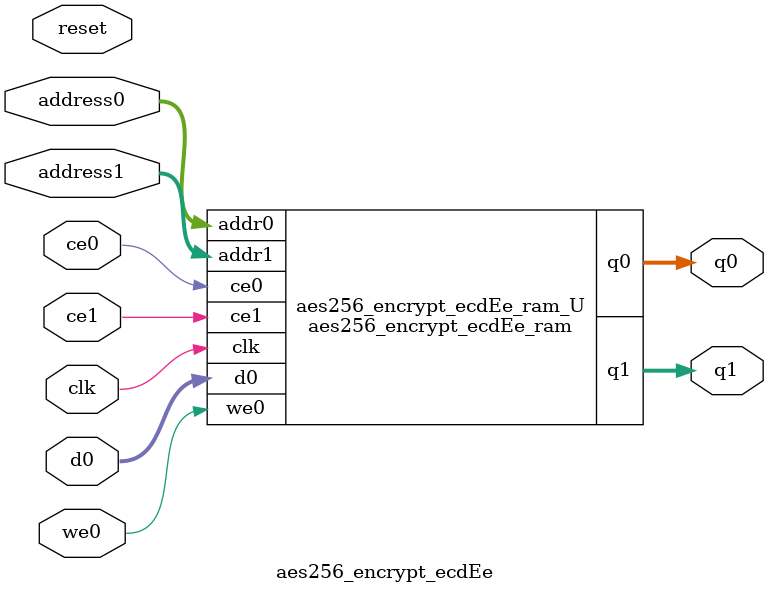
<source format=v>

`timescale 1 ns / 1 ps
module aes256_encrypt_ecdEe_ram (addr0, ce0, d0, we0, q0, addr1, ce1, q1,  clk);

parameter DWIDTH = 8;
parameter AWIDTH = 5;
parameter MEM_SIZE = 32;

input[AWIDTH-1:0] addr0;
input ce0;
input[DWIDTH-1:0] d0;
input we0;
output reg[DWIDTH-1:0] q0;
input[AWIDTH-1:0] addr1;
input ce1;
output reg[DWIDTH-1:0] q1;
input clk;

(* ram_style = "distributed" *)reg [DWIDTH-1:0] ram[0:MEM_SIZE-1];




always @(posedge clk)  
begin 
    if (ce0) 
    begin
        if (we0) 
        begin 
            ram[addr0] <= d0; 
            q0 <= d0;
        end 
        else 
            q0 <= ram[addr0];
    end
end


always @(posedge clk)  
begin 
    if (ce1) 
    begin
            q1 <= ram[addr1];
    end
end


endmodule


`timescale 1 ns / 1 ps
module aes256_encrypt_ecdEe(
    reset,
    clk,
    address0,
    ce0,
    we0,
    d0,
    q0,
    address1,
    ce1,
    q1);

parameter DataWidth = 32'd8;
parameter AddressRange = 32'd32;
parameter AddressWidth = 32'd5;
input reset;
input clk;
input[AddressWidth - 1:0] address0;
input ce0;
input we0;
input[DataWidth - 1:0] d0;
output[DataWidth - 1:0] q0;
input[AddressWidth - 1:0] address1;
input ce1;
output[DataWidth - 1:0] q1;



aes256_encrypt_ecdEe_ram aes256_encrypt_ecdEe_ram_U(
    .clk( clk ),
    .addr0( address0 ),
    .ce0( ce0 ),
    .we0( we0 ),
    .d0( d0 ),
    .q0( q0 ),
    .addr1( address1 ),
    .ce1( ce1 ),
    .q1( q1 ));

endmodule


</source>
